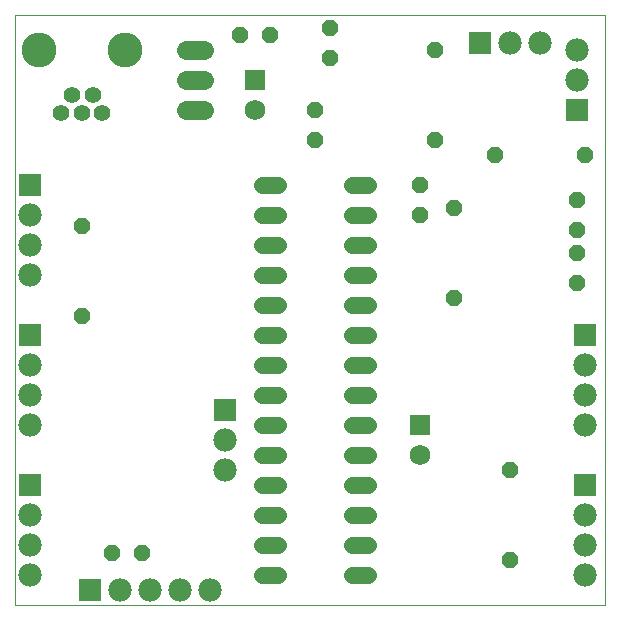
<source format=gts>
G75*
G70*
%OFA0B0*%
%FSLAX24Y24*%
%IPPOS*%
%LPD*%
%AMOC8*
5,1,8,0,0,1.08239X$1,22.5*
%
%ADD10C,0.0000*%
%ADD11C,0.0560*%
%ADD12R,0.0690X0.0690*%
%ADD13C,0.0690*%
%ADD14OC8,0.0560*%
%ADD15R,0.0780X0.0780*%
%ADD16C,0.0780*%
%ADD17C,0.0555*%
%ADD18C,0.1162*%
%ADD19C,0.0640*%
D10*
X000181Y000181D02*
X000181Y019866D01*
X019866Y019866D01*
X019866Y000181D01*
X000181Y000181D01*
D11*
X008421Y001181D02*
X008941Y001181D01*
X008941Y002181D02*
X008421Y002181D01*
X008421Y003181D02*
X008941Y003181D01*
X008941Y004181D02*
X008421Y004181D01*
X008421Y005181D02*
X008941Y005181D01*
X008941Y006181D02*
X008421Y006181D01*
X008421Y007181D02*
X008941Y007181D01*
X008941Y008181D02*
X008421Y008181D01*
X008421Y009181D02*
X008941Y009181D01*
X008941Y010181D02*
X008421Y010181D01*
X008421Y011181D02*
X008941Y011181D01*
X008941Y012181D02*
X008421Y012181D01*
X008421Y013181D02*
X008941Y013181D01*
X008941Y014181D02*
X008421Y014181D01*
X011421Y014181D02*
X011941Y014181D01*
X011941Y013181D02*
X011421Y013181D01*
X011421Y012181D02*
X011941Y012181D01*
X011941Y011181D02*
X011421Y011181D01*
X011421Y010181D02*
X011941Y010181D01*
X011941Y009181D02*
X011421Y009181D01*
X011421Y008181D02*
X011941Y008181D01*
X011941Y007181D02*
X011421Y007181D01*
X011421Y006181D02*
X011941Y006181D01*
X011941Y005181D02*
X011421Y005181D01*
X011421Y004181D02*
X011941Y004181D01*
X011941Y003181D02*
X011421Y003181D01*
X011421Y002181D02*
X011941Y002181D01*
X011941Y001181D02*
X011421Y001181D01*
D12*
X013681Y006181D03*
X008181Y017681D03*
D13*
X008181Y016681D03*
X013681Y005181D03*
D14*
X016681Y004681D03*
X016681Y001681D03*
X014806Y010431D03*
X013681Y013181D03*
X013681Y014181D03*
X014806Y013431D03*
X016181Y015181D03*
X014181Y015681D03*
X014181Y018681D03*
X010681Y018431D03*
X010681Y019431D03*
X008681Y019181D03*
X007681Y019181D03*
X010181Y016681D03*
X010181Y015681D03*
X002431Y012806D03*
X002431Y009806D03*
X003431Y001931D03*
X004431Y001931D03*
X018931Y010931D03*
X018931Y011931D03*
X018931Y012681D03*
X018931Y013681D03*
X019181Y015181D03*
D15*
X018931Y016681D03*
X015681Y018931D03*
X019181Y009181D03*
X019181Y004181D03*
X007181Y006681D03*
X002681Y000681D03*
X000681Y004181D03*
X000681Y009181D03*
X000681Y014181D03*
D16*
X000681Y013181D03*
X000681Y012181D03*
X000681Y011181D03*
X000681Y008181D03*
X000681Y007181D03*
X000681Y006181D03*
X000681Y003181D03*
X000681Y002181D03*
X000681Y001181D03*
X003681Y000681D03*
X004681Y000681D03*
X005681Y000681D03*
X006681Y000681D03*
X007181Y004681D03*
X007181Y005681D03*
X018931Y017681D03*
X018931Y018681D03*
X017681Y018931D03*
X016681Y018931D03*
X019181Y008181D03*
X019181Y007181D03*
X019181Y006181D03*
X019181Y003181D03*
X019181Y002181D03*
X019181Y001181D03*
D17*
X003101Y016581D03*
X002431Y016581D03*
X002101Y017201D03*
X002791Y017201D03*
X001731Y016581D03*
D18*
X000994Y018681D03*
X003868Y018681D03*
D19*
X005881Y018681D02*
X006481Y018681D01*
X006481Y017681D02*
X005881Y017681D01*
X005881Y016681D02*
X006481Y016681D01*
M02*

</source>
